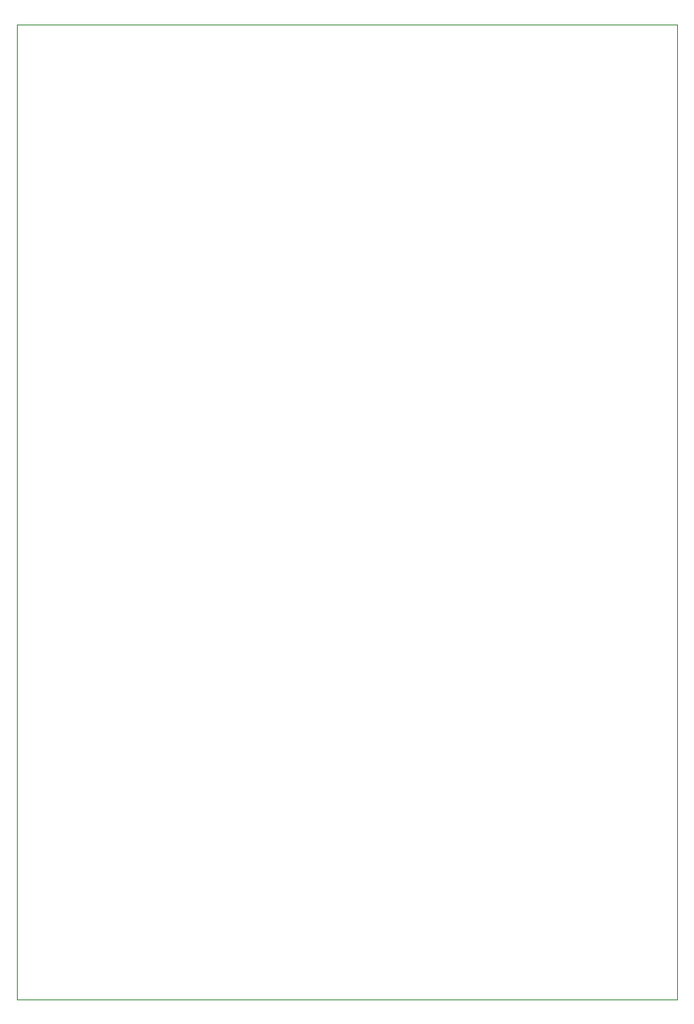
<source format=gbr>
%TF.GenerationSoftware,KiCad,Pcbnew,7.0.1*%
%TF.CreationDate,2023-09-29T14:49:09+07:00*%
%TF.ProjectId,STM32F407xxx,53544d33-3246-4343-9037-7878782e6b69,rev?*%
%TF.SameCoordinates,Original*%
%TF.FileFunction,Profile,NP*%
%FSLAX46Y46*%
G04 Gerber Fmt 4.6, Leading zero omitted, Abs format (unit mm)*
G04 Created by KiCad (PCBNEW 7.0.1) date 2023-09-29 14:49:09*
%MOMM*%
%LPD*%
G01*
G04 APERTURE LIST*
%TA.AperFunction,Profile*%
%ADD10C,0.100000*%
%TD*%
G04 APERTURE END LIST*
D10*
X113830000Y-38620000D02*
X179930000Y-38620000D01*
X179930000Y-136120000D01*
X113830000Y-136120000D01*
X113830000Y-38620000D01*
M02*

</source>
